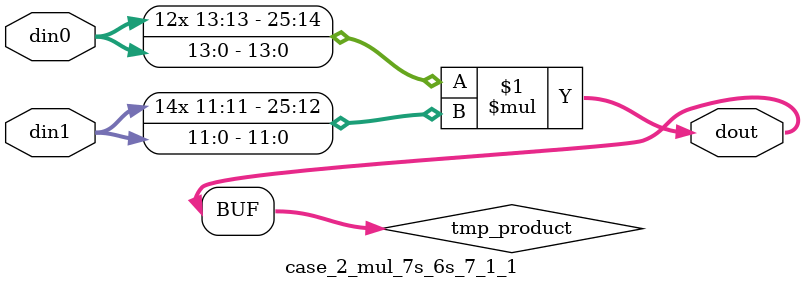
<source format=v>

`timescale 1 ns / 1 ps

 module case_2_mul_7s_6s_7_1_1(din0, din1, dout);
parameter ID = 1;
parameter NUM_STAGE = 0;
parameter din0_WIDTH = 14;
parameter din1_WIDTH = 12;
parameter dout_WIDTH = 26;

input [din0_WIDTH - 1 : 0] din0; 
input [din1_WIDTH - 1 : 0] din1; 
output [dout_WIDTH - 1 : 0] dout;

wire signed [dout_WIDTH - 1 : 0] tmp_product;



























assign tmp_product = $signed(din0) * $signed(din1);








assign dout = tmp_product;





















endmodule

</source>
